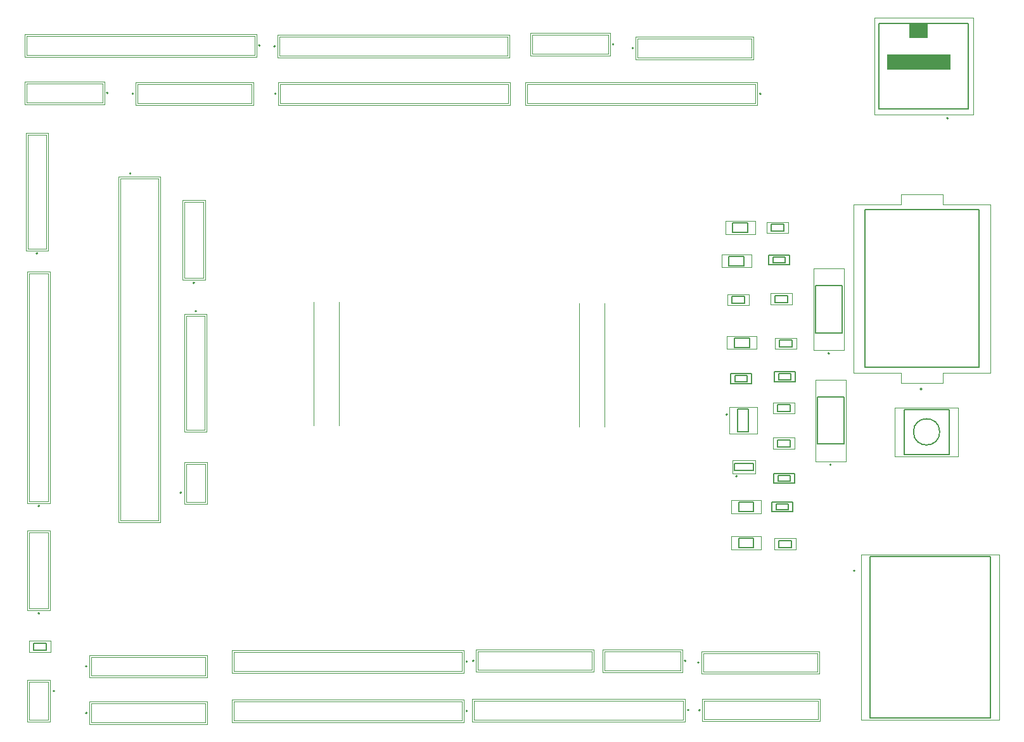
<source format=gko>
G04*
G04 #@! TF.GenerationSoftware,Altium Limited,Altium Designer,22.1.2 (22)*
G04*
G04 Layer_Color=16711935*
%FSLAX25Y25*%
%MOIN*%
G70*
G04*
G04 #@! TF.SameCoordinates,2E2365BE-A05A-434A-80F0-4BE633B458EC*
G04*
G04*
G04 #@! TF.FilePolarity,Positive*
G04*
G01*
G75*
%ADD10C,0.00787*%
%ADD11C,0.00500*%
%ADD12C,0.00394*%
%ADD14C,0.00197*%
G36*
X717606Y377736D02*
X707764D01*
Y385610D01*
X717606D01*
Y377736D01*
D02*
G37*
G36*
X729614Y361201D02*
X696150D01*
Y369075D01*
X729614D01*
Y361201D01*
D02*
G37*
D10*
X629953Y348500D02*
G03*
X629953Y348500I-394J0D01*
G01*
X728433Y335610D02*
G03*
X728433Y335610I-394J0D01*
G01*
X332894Y234059D02*
G03*
X332894Y234059I-394J0D01*
G01*
X275335Y22500D02*
G03*
X275335Y22500I-394J0D01*
G01*
X298394Y306559D02*
G03*
X298394Y306559I-394J0D01*
G01*
X366453Y374000D02*
G03*
X366453Y374000I-394J0D01*
G01*
X331894Y248941D02*
G03*
X331894Y248941I-394J0D01*
G01*
X597335Y49000D02*
G03*
X597335Y49000I-394J0D01*
G01*
X275335Y47000D02*
G03*
X275335Y47000I-394J0D01*
G01*
X374835Y348500D02*
G03*
X374835Y348500I-394J0D01*
G01*
X374335Y373500D02*
G03*
X374335Y373500I-394J0D01*
G01*
X679312Y97303D02*
G03*
X679312Y97303I-394J0D01*
G01*
X552453Y374500D02*
G03*
X552453Y374500I-394J0D01*
G01*
X617425Y147153D02*
G03*
X617425Y147153I-394J0D01*
G01*
X562835Y372500D02*
G03*
X562835Y372500I-394J0D01*
G01*
X714663Y192967D02*
G03*
X714663Y192967I-557J0D01*
G01*
X286453Y349000D02*
G03*
X286453Y349000I-394J0D01*
G01*
X258268Y34000D02*
G03*
X258268Y34000I-394J0D01*
G01*
X590453Y50000D02*
G03*
X590453Y50000I-394J0D01*
G01*
X249394Y264441D02*
G03*
X249394Y264441I-394J0D01*
G01*
X475453Y49500D02*
G03*
X475453Y49500I-394J0D01*
G01*
X597835Y24000D02*
G03*
X597835Y24000I-394J0D01*
G01*
X612232Y179650D02*
G03*
X612232Y179650I-394J0D01*
G01*
X478835Y50000D02*
G03*
X478835Y50000I-394J0D01*
G01*
X666894Y153232D02*
G03*
X666894Y153232I-394J0D01*
G01*
X665894Y211732D02*
G03*
X665894Y211732I-394J0D01*
G01*
X591953Y24000D02*
G03*
X591953Y24000I-394J0D01*
G01*
X475453Y23500D02*
G03*
X475453Y23500I-394J0D01*
G01*
X250394Y74941D02*
G03*
X250394Y74941I-394J0D01*
G01*
X299835Y348500D02*
G03*
X299835Y348500I-394J0D01*
G01*
X250394Y131441D02*
G03*
X250394Y131441I-394J0D01*
G01*
X325020Y138500D02*
G03*
X325020Y138500I-394J0D01*
G01*
D11*
X723910Y170500D02*
G03*
X723910Y170500I-6909J0D01*
G01*
X615937Y215039D02*
X623811D01*
X615937Y219961D02*
X623811D01*
Y215039D02*
Y219961D01*
X615937Y215039D02*
Y219961D01*
X639732Y215150D02*
Y218850D01*
X646268Y215150D02*
Y218850D01*
X639732D02*
X646268D01*
X639732Y215150D02*
X646268D01*
X614732Y238150D02*
Y241850D01*
X621268Y238150D02*
Y241850D01*
X614732D02*
X621268D01*
X614732Y238150D02*
X621268D01*
X637232Y238650D02*
Y242350D01*
X643768Y238650D02*
Y242350D01*
X637232D02*
X643768D01*
X637232Y238650D02*
X643768D01*
X738965Y340532D02*
Y385610D01*
X691917D02*
X738965D01*
X691917Y340532D02*
Y385610D01*
Y340532D02*
X738965D01*
X639220Y109650D02*
X645756D01*
X639220Y113350D02*
X645756D01*
Y109650D02*
Y113350D01*
X639220Y109650D02*
Y113350D01*
X687206Y104980D02*
X750710D01*
Y19980D02*
Y104980D01*
X687206Y19980D02*
X750710D01*
X687206D02*
Y104980D01*
X636350Y259425D02*
Y262575D01*
X642650Y259425D02*
Y262575D01*
X636350D02*
X642650D01*
X636350Y259425D02*
X642650D01*
X616047Y150106D02*
Y154043D01*
X625890D01*
Y150106D02*
Y154043D01*
X616047Y150106D02*
X625890D01*
X635244Y276150D02*
X641780D01*
X635244Y279850D02*
X641780D01*
Y276150D02*
Y279850D01*
X635244Y276150D02*
Y279850D01*
X638744Y181150D02*
X645280D01*
X638744Y184850D02*
X645280D01*
Y181150D02*
Y184850D01*
X638744Y181150D02*
Y184850D01*
X638732Y162650D02*
X645268D01*
X638732Y166350D02*
X645268D01*
Y162650D02*
Y166350D01*
X638732Y162650D02*
Y166350D01*
X638850Y144425D02*
Y147575D01*
X645150Y144425D02*
Y147575D01*
X638850D02*
X645150D01*
X638850Y144425D02*
X645150D01*
X637898Y129425D02*
Y132575D01*
X644197Y129425D02*
Y132575D01*
X637898D02*
X644197D01*
X637898Y129425D02*
X644197D01*
X684500Y204424D02*
Y287416D01*
X744500D01*
Y204424D02*
Y287416D01*
X684500Y204424D02*
X744500D01*
X618189Y109539D02*
Y114461D01*
X626063Y109539D02*
Y114461D01*
X618189D02*
X626063D01*
X618189Y109539D02*
X626063D01*
X705209Y158709D02*
Y182291D01*
Y158709D02*
X728791D01*
Y182291D01*
X705209D02*
X728791D01*
X618189Y128539D02*
Y133461D01*
X626063Y128539D02*
Y133461D01*
X618189D02*
X626063D01*
X618189Y128539D02*
X626063D01*
X617744Y170594D02*
Y182405D01*
Y170594D02*
X623256D01*
Y182405D01*
X617744D02*
X623256D01*
X616303Y196925D02*
Y200075D01*
X622602Y196925D02*
Y200075D01*
X616303D02*
X622602D01*
X616303Y196925D02*
X622602D01*
X613063Y258039D02*
Y262961D01*
X620937Y258039D02*
Y262961D01*
X613063D02*
X620937D01*
X613063Y258039D02*
X620937D01*
X659453Y164098D02*
Y188902D01*
X673547D01*
Y164098D02*
Y188902D01*
X659453Y164098D02*
X673547D01*
X658453Y222598D02*
Y247402D01*
X672547D01*
Y222598D02*
Y247402D01*
X658453Y222598D02*
X672547D01*
X615063Y275539D02*
Y280461D01*
X622937Y275539D02*
Y280461D01*
X615063D02*
X622937D01*
X615063Y275539D02*
X622937D01*
X639350Y197925D02*
Y201075D01*
X645650Y197925D02*
Y201075D01*
X639350D02*
X645650D01*
X639350Y197925D02*
X645650D01*
X247232Y55650D02*
X253768D01*
X247232Y59350D02*
X253768D01*
Y55650D02*
Y59350D01*
X247232Y55650D02*
Y59350D01*
X633988Y263559D02*
X645012D01*
Y258441D02*
Y263559D01*
X633988Y258441D02*
Y263559D01*
Y258441D02*
X645012D01*
X636488Y148559D02*
X647512D01*
Y143441D02*
Y148559D01*
X636488Y143441D02*
Y148559D01*
Y143441D02*
X647512D01*
X635535Y133559D02*
X646559D01*
Y128441D02*
Y133559D01*
X635535Y128441D02*
Y133559D01*
Y128441D02*
X646559D01*
X613941Y201059D02*
X624965D01*
Y195941D02*
Y201059D01*
X613941Y195941D02*
Y201059D01*
Y195941D02*
X624965D01*
X636988Y202059D02*
X648012D01*
Y196941D02*
Y202059D01*
X636988Y196941D02*
Y202059D01*
Y196941D02*
X648012D01*
D12*
X627000Y343500D02*
Y353500D01*
X507000Y343500D02*
X627000D01*
X507000D02*
Y353500D01*
X627000D01*
X407960Y173884D02*
Y238850D01*
X394646Y173884D02*
Y238848D01*
X337400Y171500D02*
Y231500D01*
X327600D02*
X337400D01*
X327600Y171500D02*
Y231500D01*
Y171500D02*
X337400D01*
X277500Y27400D02*
X337500D01*
X277500Y17600D02*
Y27400D01*
Y17600D02*
X337500D01*
Y27400D01*
X293000Y124000D02*
Y304000D01*
Y124000D02*
X313000D01*
Y304000D01*
X293000D02*
X313000D01*
X243500Y379000D02*
X363500D01*
X243500Y369000D02*
Y379000D01*
Y369000D02*
X363500D01*
Y379000D01*
X326500Y251500D02*
X336500D01*
X326500D02*
Y291500D01*
X336500D01*
Y251500D02*
Y291500D01*
X659500Y44100D02*
Y53900D01*
X599500Y44100D02*
X659500D01*
X599500D02*
Y53900D01*
X659500D01*
X337500Y42100D02*
Y51900D01*
X277500Y42100D02*
X337500D01*
X277500D02*
Y51900D01*
X337500D01*
X377000Y343500D02*
Y353500D01*
X497000D01*
Y343500D02*
Y353500D01*
X377000Y343500D02*
X497000D01*
X376500Y368500D02*
Y378500D01*
X496500D01*
Y368500D02*
Y378500D01*
X376500Y368500D02*
X496500D01*
X549500Y369500D02*
Y379500D01*
X509500Y369500D02*
X549500D01*
X509500D02*
Y379500D01*
X549500D01*
X547460Y173227D02*
Y238192D01*
X534146Y173227D02*
Y238191D01*
X625000Y367600D02*
Y377400D01*
X565000Y367600D02*
X625000D01*
X565000D02*
Y377400D01*
X625000D01*
X283500Y344000D02*
Y354000D01*
X243500Y344000D02*
X283500D01*
X243500D02*
Y354000D01*
X283500D01*
X245000Y39000D02*
X255000D01*
Y19000D02*
Y39000D01*
X245000Y19000D02*
X255000D01*
X245000D02*
Y39000D01*
X587500Y45000D02*
Y55000D01*
X547500Y45000D02*
X587500D01*
X547500D02*
Y55000D01*
X587500D01*
X244100Y327000D02*
X253900D01*
Y267000D02*
Y327000D01*
X244100Y267000D02*
X253900D01*
X244100D02*
Y327000D01*
X472500Y44500D02*
Y54500D01*
X352500Y44500D02*
X472500D01*
X352500D02*
Y54500D01*
X472500D01*
X660000Y19100D02*
Y28900D01*
X600000Y19100D02*
X660000D01*
X600000D02*
Y28900D01*
X660000D01*
X541000Y45100D02*
Y54900D01*
X481000Y45100D02*
X541000D01*
X481000D02*
Y54900D01*
X541000D01*
X479000Y19000D02*
Y29000D01*
X589000D01*
Y19000D02*
Y29000D01*
X479000Y19000D02*
X589000D01*
X479000D02*
Y29000D01*
X589000D01*
Y19000D02*
Y29000D01*
X472500Y18500D02*
Y28500D01*
X352500Y18500D02*
X472500D01*
X352500D02*
Y28500D01*
X472500D01*
X245000Y77500D02*
X255000D01*
X245000D02*
Y117500D01*
X255000D01*
Y77500D02*
Y117500D01*
X362000Y343600D02*
Y353400D01*
X302000Y343600D02*
X362000D01*
X302000D02*
Y353400D01*
X362000D01*
X245000Y134000D02*
X255000D01*
X245000D02*
Y254000D01*
X255000D01*
Y134000D02*
Y254000D01*
X327500Y133500D02*
X337500D01*
X327500D02*
Y153500D01*
X337500D01*
Y133500D02*
Y153500D01*
D14*
X627984Y342516D02*
Y354484D01*
X506016Y342516D02*
X627984D01*
X506016D02*
Y354484D01*
X627984D01*
X612000Y220945D02*
X627748D01*
Y214055D02*
Y220945D01*
X612000Y214055D02*
X627748D01*
X612000D02*
Y220945D01*
X648685Y214087D02*
Y219913D01*
X637315Y214087D02*
Y219913D01*
X648685D01*
X637315Y214087D02*
X648685D01*
X623685Y237087D02*
Y242913D01*
X612315Y237087D02*
Y242913D01*
X623685D01*
X612315Y237087D02*
X623685D01*
X646185Y237587D02*
Y243413D01*
X634815Y237587D02*
Y243413D01*
X646185D01*
X634815Y237587D02*
X646185D01*
X689457Y388563D02*
X741622D01*
Y337579D02*
Y388563D01*
X689457Y337579D02*
X741622D01*
X689457D02*
Y388563D01*
X338384Y170516D02*
Y232484D01*
X326616D02*
X338384D01*
X326616Y170516D02*
Y232484D01*
Y170516D02*
X338384D01*
X276516Y28384D02*
X338484D01*
X276516Y16616D02*
Y28384D01*
Y16616D02*
X338484D01*
Y28384D01*
X292016Y123016D02*
Y304984D01*
Y123016D02*
X313984D01*
Y304984D01*
X292016D02*
X313984D01*
X242516Y379984D02*
X364484D01*
X242516Y368016D02*
Y379984D01*
Y368016D02*
X364484D01*
Y379984D01*
X325516Y250516D02*
X337484D01*
X325516D02*
Y292484D01*
X337484D01*
Y250516D02*
Y292484D01*
X660484Y43116D02*
Y54884D01*
X598516Y43116D02*
X660484D01*
X598516D02*
Y54884D01*
X660484D01*
X338484Y41116D02*
Y52884D01*
X276516Y41116D02*
X338484D01*
X276516D02*
Y52884D01*
X338484D01*
X636803Y108587D02*
X648173D01*
X636803Y114413D02*
X648173D01*
X636803Y108587D02*
Y114413D01*
X648173Y108587D02*
Y114413D01*
X376016Y342516D02*
Y354484D01*
X497984D01*
Y342516D02*
Y354484D01*
X376016Y342516D02*
X497984D01*
X375516Y367516D02*
Y379484D01*
X497484D01*
Y367516D02*
Y379484D01*
X375516Y367516D02*
X497484D01*
X682540Y105965D02*
X755375D01*
Y18996D02*
Y105965D01*
X682540Y18996D02*
X755375D01*
X682540D02*
Y105965D01*
X550484Y368516D02*
Y380484D01*
X508516Y368516D02*
X550484D01*
X508516D02*
Y380484D01*
X550484D01*
X615063Y148531D02*
Y155618D01*
X626874D01*
Y148531D02*
Y155618D01*
X615063Y148531D02*
X626874D01*
X632827Y275087D02*
X644197D01*
X632827Y280913D02*
X644197D01*
X632827Y275087D02*
Y280913D01*
X644197Y275087D02*
Y280913D01*
X636327Y180087D02*
X647697D01*
X636327Y185913D02*
X647697D01*
X636327Y180087D02*
Y185913D01*
X647697Y180087D02*
Y185913D01*
X636315Y161587D02*
X647685D01*
X636315Y167413D02*
X647685D01*
X636315Y161587D02*
Y167413D01*
X647685Y161587D02*
Y167413D01*
X625984Y366616D02*
Y378384D01*
X564016Y366616D02*
X625984D01*
X564016D02*
Y378384D01*
X625984D01*
X678516Y201629D02*
Y290212D01*
X703476D01*
Y295625D01*
X725524D01*
Y290212D02*
Y295625D01*
Y290212D02*
X750484D01*
Y201629D02*
Y290212D01*
X725524Y201629D02*
X750484D01*
X725524Y196215D02*
Y201629D01*
X703476Y196215D02*
X725524D01*
X703476D02*
Y201629D01*
X678516D02*
X703476D01*
X284484Y343016D02*
Y354984D01*
X242516Y343016D02*
X284484D01*
X242516D02*
Y354984D01*
X284484D01*
X255984Y18016D02*
Y39984D01*
X244016Y18016D02*
X255984D01*
X244016D02*
Y39984D01*
X255984D01*
X588484Y44016D02*
Y55984D01*
X546516Y44016D02*
X588484D01*
X546516D02*
Y55984D01*
X588484D01*
X243116Y327984D02*
X254884D01*
Y266016D02*
Y327984D01*
X243116Y266016D02*
X254884D01*
X243116D02*
Y327984D01*
X614252Y108555D02*
Y115445D01*
Y108555D02*
X630000D01*
Y115445D01*
X614252D02*
X630000D01*
X473484Y43516D02*
Y55484D01*
X351516Y43516D02*
X473484D01*
X351516D02*
Y55484D01*
X473484D01*
X700268Y157705D02*
Y183295D01*
Y157705D02*
X733732D01*
Y183295D01*
X700268D02*
X733732D01*
X660984Y18116D02*
Y29884D01*
X599016Y18116D02*
X660984D01*
X599016D02*
Y29884D01*
X660984D01*
X614252Y127555D02*
Y134445D01*
Y127555D02*
X630000D01*
Y134445D01*
X614252D02*
X630000D01*
X613177Y183390D02*
X627823D01*
Y169610D02*
Y183390D01*
X613177Y169610D02*
X627823D01*
X613177D02*
Y183390D01*
X541984Y44116D02*
Y55884D01*
X480016Y44116D02*
X541984D01*
X480016D02*
Y55884D01*
X541984D01*
X609126Y257055D02*
Y263945D01*
Y257055D02*
X624874D01*
Y263945D01*
X609126D02*
X624874D01*
X658469Y155043D02*
Y197957D01*
X674532D01*
Y155043D02*
Y197957D01*
X658469Y155043D02*
X674532D01*
X657469Y213543D02*
Y256457D01*
X673532D01*
Y213543D02*
Y256457D01*
X657469Y213543D02*
X673532D01*
X478016Y18016D02*
Y29984D01*
X589984D01*
Y18016D02*
Y29984D01*
X478016Y18016D02*
X589984D01*
X611126Y274555D02*
Y281445D01*
Y274555D02*
X626874D01*
Y281445D01*
X611126D02*
X626874D01*
X473484Y17516D02*
Y29484D01*
X351516Y17516D02*
X473484D01*
X351516D02*
Y29484D01*
X473484D01*
X244016Y76516D02*
X255984D01*
X244016D02*
Y118484D01*
X255984D01*
Y76516D02*
Y118484D01*
X244815Y54587D02*
X256185D01*
X244815Y60413D02*
X256185D01*
X244815Y54587D02*
Y60413D01*
X256185Y54587D02*
Y60413D01*
X362984Y342616D02*
Y354384D01*
X301016Y342616D02*
X362984D01*
X301016D02*
Y354384D01*
X362984D01*
X244016Y133016D02*
X255984D01*
X244016D02*
Y254984D01*
X255984D01*
Y133016D02*
Y254984D01*
X326516Y132516D02*
Y154484D01*
X338484D01*
Y132516D02*
Y154484D01*
X326516Y132516D02*
X338484D01*
M02*

</source>
